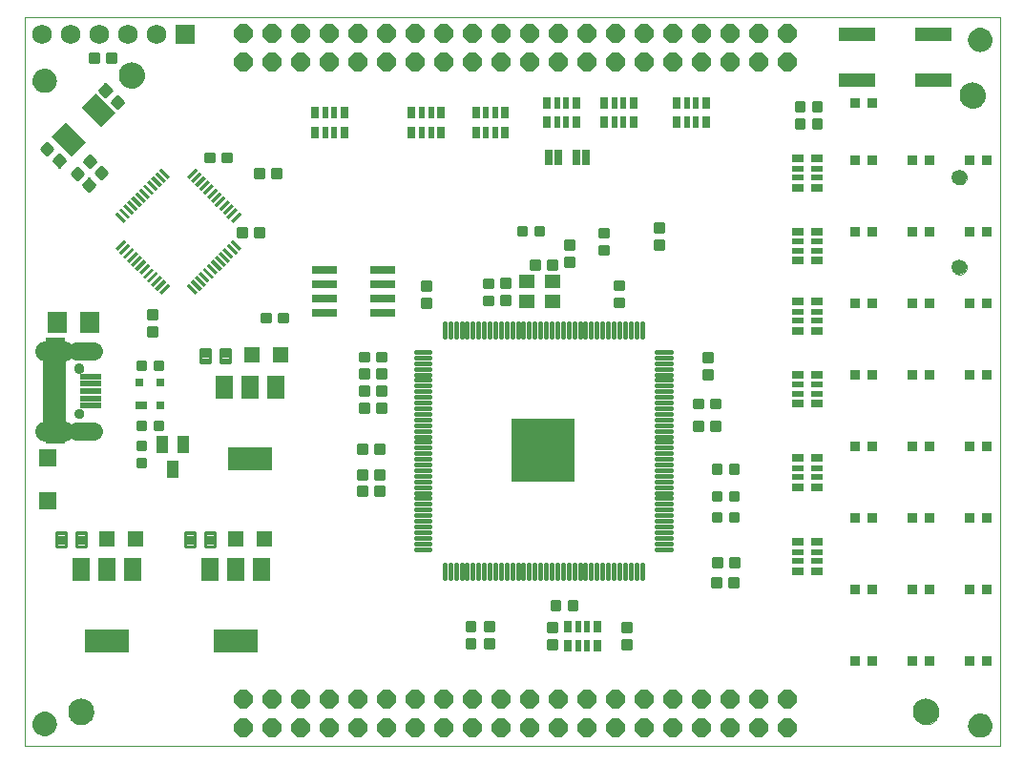
<source format=gts>
G75*
%MOIN*%
%OFA0B0*%
%FSLAX24Y24*%
%IPPOS*%
%LPD*%
%AMOC8*
5,1,8,0,0,1.08239X$1,22.5*
%
%ADD10C,0.0000*%
%ADD11C,0.0906*%
%ADD12C,0.0158*%
%ADD13R,0.2225X0.2225*%
%ADD14C,0.0098*%
%ADD15R,0.0316X0.0434*%
%ADD16R,0.0237X0.0434*%
%ADD17R,0.0552X0.0453*%
%ADD18R,0.0119X0.0434*%
%ADD19R,0.0434X0.0119*%
%ADD20R,0.0709X0.0985*%
%ADD21R,0.0690X0.0690*%
%ADD22C,0.0690*%
%ADD23R,0.0669X0.0787*%
%ADD24R,0.0669X0.1063*%
%ADD25R,0.0768X0.0197*%
%ADD26C,0.0355*%
%ADD27C,0.0690*%
%ADD28C,0.0634*%
%ADD29R,0.0827X0.2402*%
%ADD30R,0.0434X0.0276*%
%ADD31R,0.0276X0.0276*%
%ADD32R,0.0434X0.0591*%
%ADD33R,0.0630X0.0830*%
%ADD34R,0.1540X0.0830*%
%ADD35R,0.0591X0.0591*%
%ADD36R,0.0540X0.0540*%
%ADD37C,0.0110*%
%ADD38R,0.0670X0.0750*%
%ADD39R,0.0355X0.0355*%
%ADD40R,0.0434X0.0316*%
%ADD41R,0.0434X0.0237*%
%ADD42OC8,0.0640*%
%ADD43C,0.0050*%
%ADD44R,0.0906X0.0276*%
%ADD45R,0.1300X0.0512*%
%ADD46C,0.0532*%
%ADD47R,0.0290X0.0540*%
D10*
X004935Y000100D02*
X004935Y025550D01*
X039007Y025550D01*
X039007Y000100D01*
X004935Y000100D01*
X006471Y001281D02*
X006473Y001322D01*
X006479Y001363D01*
X006489Y001403D01*
X006502Y001442D01*
X006519Y001479D01*
X006540Y001515D01*
X006564Y001549D01*
X006591Y001580D01*
X006620Y001608D01*
X006653Y001634D01*
X006687Y001656D01*
X006724Y001675D01*
X006762Y001690D01*
X006802Y001702D01*
X006842Y001710D01*
X006883Y001714D01*
X006925Y001714D01*
X006966Y001710D01*
X007006Y001702D01*
X007046Y001690D01*
X007084Y001675D01*
X007120Y001656D01*
X007155Y001634D01*
X007188Y001608D01*
X007217Y001580D01*
X007244Y001549D01*
X007268Y001515D01*
X007289Y001479D01*
X007306Y001442D01*
X007319Y001403D01*
X007329Y001363D01*
X007335Y001322D01*
X007337Y001281D01*
X007335Y001240D01*
X007329Y001199D01*
X007319Y001159D01*
X007306Y001120D01*
X007289Y001083D01*
X007268Y001047D01*
X007244Y001013D01*
X007217Y000982D01*
X007188Y000954D01*
X007155Y000928D01*
X007121Y000906D01*
X007084Y000887D01*
X007046Y000872D01*
X007006Y000860D01*
X006966Y000852D01*
X006925Y000848D01*
X006883Y000848D01*
X006842Y000852D01*
X006802Y000860D01*
X006762Y000872D01*
X006724Y000887D01*
X006688Y000906D01*
X006653Y000928D01*
X006620Y000954D01*
X006591Y000982D01*
X006564Y001013D01*
X006540Y001047D01*
X006519Y001083D01*
X006502Y001120D01*
X006489Y001159D01*
X006479Y001199D01*
X006473Y001240D01*
X006471Y001281D01*
X006685Y011713D02*
X006687Y011738D01*
X006693Y011762D01*
X006702Y011784D01*
X006715Y011805D01*
X006731Y011824D01*
X006750Y011840D01*
X006771Y011853D01*
X006793Y011862D01*
X006817Y011868D01*
X006842Y011870D01*
X006867Y011868D01*
X006891Y011862D01*
X006913Y011853D01*
X006934Y011840D01*
X006953Y011824D01*
X006969Y011805D01*
X006982Y011784D01*
X006991Y011762D01*
X006997Y011738D01*
X006999Y011713D01*
X006997Y011688D01*
X006991Y011664D01*
X006982Y011642D01*
X006969Y011621D01*
X006953Y011602D01*
X006934Y011586D01*
X006913Y011573D01*
X006891Y011564D01*
X006867Y011558D01*
X006842Y011556D01*
X006817Y011558D01*
X006793Y011564D01*
X006771Y011573D01*
X006750Y011586D01*
X006731Y011602D01*
X006715Y011621D01*
X006702Y011642D01*
X006693Y011664D01*
X006687Y011688D01*
X006685Y011713D01*
X006685Y013287D02*
X006687Y013312D01*
X006693Y013336D01*
X006702Y013358D01*
X006715Y013379D01*
X006731Y013398D01*
X006750Y013414D01*
X006771Y013427D01*
X006793Y013436D01*
X006817Y013442D01*
X006842Y013444D01*
X006867Y013442D01*
X006891Y013436D01*
X006913Y013427D01*
X006934Y013414D01*
X006953Y013398D01*
X006969Y013379D01*
X006982Y013358D01*
X006991Y013336D01*
X006997Y013312D01*
X006999Y013287D01*
X006997Y013262D01*
X006991Y013238D01*
X006982Y013216D01*
X006969Y013195D01*
X006953Y013176D01*
X006934Y013160D01*
X006913Y013147D01*
X006891Y013138D01*
X006867Y013132D01*
X006842Y013130D01*
X006817Y013132D01*
X006793Y013138D01*
X006771Y013147D01*
X006750Y013160D01*
X006731Y013176D01*
X006715Y013195D01*
X006702Y013216D01*
X006693Y013238D01*
X006687Y013262D01*
X006685Y013287D01*
X008242Y023525D02*
X008244Y023566D01*
X008250Y023607D01*
X008260Y023647D01*
X008273Y023686D01*
X008290Y023723D01*
X008311Y023759D01*
X008335Y023793D01*
X008362Y023824D01*
X008391Y023852D01*
X008424Y023878D01*
X008458Y023900D01*
X008495Y023919D01*
X008533Y023934D01*
X008573Y023946D01*
X008613Y023954D01*
X008654Y023958D01*
X008696Y023958D01*
X008737Y023954D01*
X008777Y023946D01*
X008817Y023934D01*
X008855Y023919D01*
X008891Y023900D01*
X008926Y023878D01*
X008959Y023852D01*
X008988Y023824D01*
X009015Y023793D01*
X009039Y023759D01*
X009060Y023723D01*
X009077Y023686D01*
X009090Y023647D01*
X009100Y023607D01*
X009106Y023566D01*
X009108Y023525D01*
X009106Y023484D01*
X009100Y023443D01*
X009090Y023403D01*
X009077Y023364D01*
X009060Y023327D01*
X009039Y023291D01*
X009015Y023257D01*
X008988Y023226D01*
X008959Y023198D01*
X008926Y023172D01*
X008892Y023150D01*
X008855Y023131D01*
X008817Y023116D01*
X008777Y023104D01*
X008737Y023096D01*
X008696Y023092D01*
X008654Y023092D01*
X008613Y023096D01*
X008573Y023104D01*
X008533Y023116D01*
X008495Y023131D01*
X008459Y023150D01*
X008424Y023172D01*
X008391Y023198D01*
X008362Y023226D01*
X008335Y023257D01*
X008311Y023291D01*
X008290Y023327D01*
X008273Y023364D01*
X008260Y023403D01*
X008250Y023443D01*
X008244Y023484D01*
X008242Y023525D01*
X037349Y019969D02*
X037351Y020000D01*
X037357Y020030D01*
X037366Y020060D01*
X037379Y020088D01*
X037396Y020114D01*
X037416Y020137D01*
X037438Y020159D01*
X037463Y020177D01*
X037490Y020192D01*
X037519Y020203D01*
X037549Y020211D01*
X037580Y020215D01*
X037610Y020215D01*
X037641Y020211D01*
X037671Y020203D01*
X037700Y020192D01*
X037727Y020177D01*
X037752Y020159D01*
X037774Y020137D01*
X037794Y020114D01*
X037811Y020088D01*
X037824Y020060D01*
X037833Y020030D01*
X037839Y020000D01*
X037841Y019969D01*
X037839Y019938D01*
X037833Y019908D01*
X037824Y019878D01*
X037811Y019850D01*
X037794Y019824D01*
X037774Y019801D01*
X037752Y019779D01*
X037727Y019761D01*
X037700Y019746D01*
X037671Y019735D01*
X037641Y019727D01*
X037610Y019723D01*
X037580Y019723D01*
X037549Y019727D01*
X037519Y019735D01*
X037490Y019746D01*
X037463Y019761D01*
X037438Y019779D01*
X037416Y019801D01*
X037396Y019824D01*
X037379Y019850D01*
X037366Y019878D01*
X037357Y019908D01*
X037351Y019938D01*
X037349Y019969D01*
X037618Y022829D02*
X037620Y022870D01*
X037626Y022911D01*
X037636Y022951D01*
X037649Y022990D01*
X037666Y023027D01*
X037687Y023063D01*
X037711Y023097D01*
X037738Y023128D01*
X037767Y023156D01*
X037800Y023182D01*
X037834Y023204D01*
X037871Y023223D01*
X037909Y023238D01*
X037949Y023250D01*
X037989Y023258D01*
X038030Y023262D01*
X038072Y023262D01*
X038113Y023258D01*
X038153Y023250D01*
X038193Y023238D01*
X038231Y023223D01*
X038267Y023204D01*
X038302Y023182D01*
X038335Y023156D01*
X038364Y023128D01*
X038391Y023097D01*
X038415Y023063D01*
X038436Y023027D01*
X038453Y022990D01*
X038466Y022951D01*
X038476Y022911D01*
X038482Y022870D01*
X038484Y022829D01*
X038482Y022788D01*
X038476Y022747D01*
X038466Y022707D01*
X038453Y022668D01*
X038436Y022631D01*
X038415Y022595D01*
X038391Y022561D01*
X038364Y022530D01*
X038335Y022502D01*
X038302Y022476D01*
X038268Y022454D01*
X038231Y022435D01*
X038193Y022420D01*
X038153Y022408D01*
X038113Y022400D01*
X038072Y022396D01*
X038030Y022396D01*
X037989Y022400D01*
X037949Y022408D01*
X037909Y022420D01*
X037871Y022435D01*
X037835Y022454D01*
X037800Y022476D01*
X037767Y022502D01*
X037738Y022530D01*
X037711Y022561D01*
X037687Y022595D01*
X037666Y022631D01*
X037649Y022668D01*
X037636Y022707D01*
X037626Y022747D01*
X037620Y022788D01*
X037618Y022829D01*
X037349Y016820D02*
X037351Y016851D01*
X037357Y016881D01*
X037366Y016911D01*
X037379Y016939D01*
X037396Y016965D01*
X037416Y016988D01*
X037438Y017010D01*
X037463Y017028D01*
X037490Y017043D01*
X037519Y017054D01*
X037549Y017062D01*
X037580Y017066D01*
X037610Y017066D01*
X037641Y017062D01*
X037671Y017054D01*
X037700Y017043D01*
X037727Y017028D01*
X037752Y017010D01*
X037774Y016988D01*
X037794Y016965D01*
X037811Y016939D01*
X037824Y016911D01*
X037833Y016881D01*
X037839Y016851D01*
X037841Y016820D01*
X037839Y016789D01*
X037833Y016759D01*
X037824Y016729D01*
X037811Y016701D01*
X037794Y016675D01*
X037774Y016652D01*
X037752Y016630D01*
X037727Y016612D01*
X037700Y016597D01*
X037671Y016586D01*
X037641Y016578D01*
X037610Y016574D01*
X037580Y016574D01*
X037549Y016578D01*
X037519Y016586D01*
X037490Y016597D01*
X037463Y016612D01*
X037438Y016630D01*
X037416Y016652D01*
X037396Y016675D01*
X037379Y016701D01*
X037366Y016729D01*
X037357Y016759D01*
X037351Y016789D01*
X037349Y016820D01*
X035998Y001281D02*
X036000Y001322D01*
X036006Y001363D01*
X036016Y001403D01*
X036029Y001442D01*
X036046Y001479D01*
X036067Y001515D01*
X036091Y001549D01*
X036118Y001580D01*
X036147Y001608D01*
X036180Y001634D01*
X036214Y001656D01*
X036251Y001675D01*
X036289Y001690D01*
X036329Y001702D01*
X036369Y001710D01*
X036410Y001714D01*
X036452Y001714D01*
X036493Y001710D01*
X036533Y001702D01*
X036573Y001690D01*
X036611Y001675D01*
X036647Y001656D01*
X036682Y001634D01*
X036715Y001608D01*
X036744Y001580D01*
X036771Y001549D01*
X036795Y001515D01*
X036816Y001479D01*
X036833Y001442D01*
X036846Y001403D01*
X036856Y001363D01*
X036862Y001322D01*
X036864Y001281D01*
X036862Y001240D01*
X036856Y001199D01*
X036846Y001159D01*
X036833Y001120D01*
X036816Y001083D01*
X036795Y001047D01*
X036771Y001013D01*
X036744Y000982D01*
X036715Y000954D01*
X036682Y000928D01*
X036648Y000906D01*
X036611Y000887D01*
X036573Y000872D01*
X036533Y000860D01*
X036493Y000852D01*
X036452Y000848D01*
X036410Y000848D01*
X036369Y000852D01*
X036329Y000860D01*
X036289Y000872D01*
X036251Y000887D01*
X036215Y000906D01*
X036180Y000928D01*
X036147Y000954D01*
X036118Y000982D01*
X036091Y001013D01*
X036067Y001047D01*
X036046Y001083D01*
X036029Y001120D01*
X036016Y001159D01*
X036006Y001199D01*
X036000Y001240D01*
X035998Y001281D01*
D11*
X036431Y001281D03*
X006904Y001281D03*
X038051Y022829D03*
X008675Y023525D03*
D12*
X019610Y014869D02*
X019610Y014397D01*
X019807Y014397D02*
X019807Y014869D01*
X020004Y014869D02*
X020004Y014397D01*
X020201Y014397D02*
X020201Y014869D01*
X020398Y014869D02*
X020398Y014397D01*
X020595Y014397D02*
X020595Y014869D01*
X020791Y014869D02*
X020791Y014397D01*
X020988Y014397D02*
X020988Y014869D01*
X021185Y014869D02*
X021185Y014397D01*
X021382Y014397D02*
X021382Y014869D01*
X021579Y014869D02*
X021579Y014397D01*
X021776Y014397D02*
X021776Y014869D01*
X021973Y014869D02*
X021973Y014397D01*
X022169Y014397D02*
X022169Y014869D01*
X022366Y014869D02*
X022366Y014397D01*
X022563Y014397D02*
X022563Y014869D01*
X022760Y014869D02*
X022760Y014397D01*
X022957Y014397D02*
X022957Y014869D01*
X023154Y014869D02*
X023154Y014397D01*
X023351Y014397D02*
X023351Y014869D01*
X023547Y014869D02*
X023547Y014397D01*
X023744Y014397D02*
X023744Y014869D01*
X023941Y014869D02*
X023941Y014397D01*
X024138Y014397D02*
X024138Y014869D01*
X024335Y014869D02*
X024335Y014397D01*
X024532Y014397D02*
X024532Y014869D01*
X024728Y014869D02*
X024728Y014397D01*
X024925Y014397D02*
X024925Y014869D01*
X025122Y014869D02*
X025122Y014397D01*
X025319Y014397D02*
X025319Y014869D01*
X025516Y014869D02*
X025516Y014397D01*
X025713Y014397D02*
X025713Y014869D01*
X025910Y014869D02*
X025910Y014397D01*
X026106Y014397D02*
X026106Y014869D01*
X026303Y014869D02*
X026303Y014397D01*
X026500Y014397D02*
X026500Y014869D01*
X027032Y013865D02*
X027504Y013865D01*
X027504Y013668D02*
X027032Y013668D01*
X027032Y013471D02*
X027504Y013471D01*
X027504Y013274D02*
X027032Y013274D01*
X027032Y013077D02*
X027504Y013077D01*
X027504Y012881D02*
X027032Y012881D01*
X027032Y012684D02*
X027504Y012684D01*
X027504Y012487D02*
X027032Y012487D01*
X027032Y012290D02*
X027504Y012290D01*
X027504Y012093D02*
X027032Y012093D01*
X027032Y011896D02*
X027504Y011896D01*
X027504Y011700D02*
X027032Y011700D01*
X027032Y011503D02*
X027504Y011503D01*
X027504Y011306D02*
X027032Y011306D01*
X027032Y011109D02*
X027504Y011109D01*
X027504Y010912D02*
X027032Y010912D01*
X027032Y010715D02*
X027504Y010715D01*
X027504Y010518D02*
X027032Y010518D01*
X027032Y010322D02*
X027504Y010322D01*
X027504Y010125D02*
X027032Y010125D01*
X027032Y009928D02*
X027504Y009928D01*
X027504Y009731D02*
X027032Y009731D01*
X027032Y009534D02*
X027504Y009534D01*
X027504Y009337D02*
X027032Y009337D01*
X027032Y009140D02*
X027504Y009140D01*
X027504Y008944D02*
X027032Y008944D01*
X027032Y008747D02*
X027504Y008747D01*
X027504Y008550D02*
X027032Y008550D01*
X027032Y008353D02*
X027504Y008353D01*
X027504Y008156D02*
X027032Y008156D01*
X027032Y007959D02*
X027504Y007959D01*
X027504Y007763D02*
X027032Y007763D01*
X027032Y007566D02*
X027504Y007566D01*
X027504Y007369D02*
X027032Y007369D01*
X027032Y007172D02*
X027504Y007172D01*
X027504Y006975D02*
X027032Y006975D01*
X026500Y006443D02*
X026500Y005971D01*
X026303Y005971D02*
X026303Y006443D01*
X026106Y006443D02*
X026106Y005971D01*
X025910Y005971D02*
X025910Y006443D01*
X025713Y006443D02*
X025713Y005971D01*
X025516Y005971D02*
X025516Y006443D01*
X025319Y006443D02*
X025319Y005971D01*
X025122Y005971D02*
X025122Y006443D01*
X024925Y006443D02*
X024925Y005971D01*
X024728Y005971D02*
X024728Y006443D01*
X024532Y006443D02*
X024532Y005971D01*
X024335Y005971D02*
X024335Y006443D01*
X024138Y006443D02*
X024138Y005971D01*
X023941Y005971D02*
X023941Y006443D01*
X023744Y006443D02*
X023744Y005971D01*
X023547Y005971D02*
X023547Y006443D01*
X023351Y006443D02*
X023351Y005971D01*
X023154Y005971D02*
X023154Y006443D01*
X022957Y006443D02*
X022957Y005971D01*
X022760Y005971D02*
X022760Y006443D01*
X022563Y006443D02*
X022563Y005971D01*
X022366Y005971D02*
X022366Y006443D01*
X022169Y006443D02*
X022169Y005971D01*
X021973Y005971D02*
X021973Y006443D01*
X021776Y006443D02*
X021776Y005971D01*
X021579Y005971D02*
X021579Y006443D01*
X021382Y006443D02*
X021382Y005971D01*
X021185Y005971D02*
X021185Y006443D01*
X020988Y006443D02*
X020988Y005971D01*
X020791Y005971D02*
X020791Y006443D01*
X020595Y006443D02*
X020595Y005971D01*
X020398Y005971D02*
X020398Y006443D01*
X020201Y006443D02*
X020201Y005971D01*
X020004Y005971D02*
X020004Y006443D01*
X019807Y006443D02*
X019807Y005971D01*
X019610Y005971D02*
X019610Y006443D01*
X019079Y006975D02*
X018607Y006975D01*
X018607Y007172D02*
X019079Y007172D01*
X019079Y007369D02*
X018607Y007369D01*
X018607Y007566D02*
X019079Y007566D01*
X019079Y007763D02*
X018607Y007763D01*
X018607Y007959D02*
X019079Y007959D01*
X019079Y008156D02*
X018607Y008156D01*
X018607Y008353D02*
X019079Y008353D01*
X019079Y008550D02*
X018607Y008550D01*
X018607Y008747D02*
X019079Y008747D01*
X019079Y008944D02*
X018607Y008944D01*
X018607Y009140D02*
X019079Y009140D01*
X019079Y009337D02*
X018607Y009337D01*
X018607Y009534D02*
X019079Y009534D01*
X019079Y009731D02*
X018607Y009731D01*
X018607Y009928D02*
X019079Y009928D01*
X019079Y010125D02*
X018607Y010125D01*
X018607Y010322D02*
X019079Y010322D01*
X019079Y010518D02*
X018607Y010518D01*
X018607Y010715D02*
X019079Y010715D01*
X019079Y010912D02*
X018607Y010912D01*
X018607Y011109D02*
X019079Y011109D01*
X019079Y011306D02*
X018607Y011306D01*
X018607Y011503D02*
X019079Y011503D01*
X019079Y011700D02*
X018607Y011700D01*
X018607Y011896D02*
X019079Y011896D01*
X019079Y012093D02*
X018607Y012093D01*
X018607Y012290D02*
X019079Y012290D01*
X019079Y012487D02*
X018607Y012487D01*
X018607Y012684D02*
X019079Y012684D01*
X019079Y012881D02*
X018607Y012881D01*
X018607Y013077D02*
X019079Y013077D01*
X019079Y013274D02*
X018607Y013274D01*
X018607Y013471D02*
X019079Y013471D01*
X019079Y013668D02*
X018607Y013668D01*
X018607Y013865D02*
X019079Y013865D01*
D13*
X023055Y010420D03*
D14*
X028309Y011128D02*
X028601Y011128D01*
X028309Y011128D02*
X028309Y011420D01*
X028601Y011420D01*
X028601Y011128D01*
X028601Y011225D02*
X028309Y011225D01*
X028309Y011322D02*
X028601Y011322D01*
X028601Y011419D02*
X028309Y011419D01*
X028309Y011915D02*
X028601Y011915D01*
X028309Y011915D02*
X028309Y012207D01*
X028601Y012207D01*
X028601Y011915D01*
X028601Y012012D02*
X028309Y012012D01*
X028309Y012109D02*
X028601Y012109D01*
X028601Y012206D02*
X028309Y012206D01*
X028909Y011915D02*
X029201Y011915D01*
X028909Y011915D02*
X028909Y012207D01*
X029201Y012207D01*
X029201Y011915D01*
X029201Y012012D02*
X028909Y012012D01*
X028909Y012109D02*
X029201Y012109D01*
X029201Y012206D02*
X028909Y012206D01*
X028955Y012944D02*
X028955Y013236D01*
X028955Y012944D02*
X028663Y012944D01*
X028663Y013236D01*
X028955Y013236D01*
X028955Y013041D02*
X028663Y013041D01*
X028663Y013138D02*
X028955Y013138D01*
X028955Y013235D02*
X028663Y013235D01*
X028955Y013544D02*
X028955Y013836D01*
X028955Y013544D02*
X028663Y013544D01*
X028663Y013836D01*
X028955Y013836D01*
X028955Y013641D02*
X028663Y013641D01*
X028663Y013738D02*
X028955Y013738D01*
X028955Y013835D02*
X028663Y013835D01*
X025855Y015450D02*
X025855Y015742D01*
X025855Y015450D02*
X025563Y015450D01*
X025563Y015742D01*
X025855Y015742D01*
X025855Y015547D02*
X025563Y015547D01*
X025563Y015644D02*
X025855Y015644D01*
X025855Y015741D02*
X025563Y015741D01*
X025855Y016050D02*
X025855Y016342D01*
X025855Y016050D02*
X025563Y016050D01*
X025563Y016342D01*
X025855Y016342D01*
X025855Y016147D02*
X025563Y016147D01*
X025563Y016244D02*
X025855Y016244D01*
X025855Y016341D02*
X025563Y016341D01*
X025009Y017284D02*
X025009Y017576D01*
X025301Y017576D01*
X025301Y017284D01*
X025009Y017284D01*
X025009Y017381D02*
X025301Y017381D01*
X025301Y017478D02*
X025009Y017478D01*
X025009Y017575D02*
X025301Y017575D01*
X025009Y017884D02*
X025009Y018176D01*
X025301Y018176D01*
X025301Y017884D01*
X025009Y017884D01*
X025009Y017981D02*
X025301Y017981D01*
X025301Y018078D02*
X025009Y018078D01*
X025009Y018175D02*
X025301Y018175D01*
X024123Y017747D02*
X024123Y017455D01*
X023831Y017455D01*
X023831Y017747D01*
X024123Y017747D01*
X024123Y017552D02*
X023831Y017552D01*
X023831Y017649D02*
X024123Y017649D01*
X024123Y017746D02*
X023831Y017746D01*
X023061Y017954D02*
X022769Y017954D01*
X022769Y018246D01*
X023061Y018246D01*
X023061Y017954D01*
X023061Y018051D02*
X022769Y018051D01*
X022769Y018148D02*
X023061Y018148D01*
X023061Y018245D02*
X022769Y018245D01*
X022461Y017954D02*
X022169Y017954D01*
X022169Y018246D01*
X022461Y018246D01*
X022461Y017954D01*
X022461Y018051D02*
X022169Y018051D01*
X022169Y018148D02*
X022461Y018148D01*
X022461Y018245D02*
X022169Y018245D01*
X022609Y016774D02*
X022901Y016774D01*
X022609Y016774D02*
X022609Y017066D01*
X022901Y017066D01*
X022901Y016774D01*
X022901Y016871D02*
X022609Y016871D01*
X022609Y016968D02*
X022901Y016968D01*
X022901Y017065D02*
X022609Y017065D01*
X023209Y016774D02*
X023501Y016774D01*
X023209Y016774D02*
X023209Y017066D01*
X023501Y017066D01*
X023501Y016774D01*
X023501Y016871D02*
X023209Y016871D01*
X023209Y016968D02*
X023501Y016968D01*
X023501Y017065D02*
X023209Y017065D01*
X024123Y017147D02*
X024123Y016855D01*
X023831Y016855D01*
X023831Y017147D01*
X024123Y017147D01*
X024123Y016952D02*
X023831Y016952D01*
X023831Y017049D02*
X024123Y017049D01*
X024123Y017146D02*
X023831Y017146D01*
X021867Y016426D02*
X021867Y016134D01*
X021575Y016134D01*
X021575Y016426D01*
X021867Y016426D01*
X021867Y016231D02*
X021575Y016231D01*
X021575Y016328D02*
X021867Y016328D01*
X021867Y016425D02*
X021575Y016425D01*
X021281Y016413D02*
X021281Y016121D01*
X020989Y016121D01*
X020989Y016413D01*
X021281Y016413D01*
X021281Y016218D02*
X020989Y016218D01*
X020989Y016315D02*
X021281Y016315D01*
X021281Y016412D02*
X020989Y016412D01*
X021281Y015813D02*
X021281Y015521D01*
X020989Y015521D01*
X020989Y015813D01*
X021281Y015813D01*
X021281Y015618D02*
X020989Y015618D01*
X020989Y015715D02*
X021281Y015715D01*
X021281Y015812D02*
X020989Y015812D01*
X021867Y015826D02*
X021867Y015534D01*
X021575Y015534D01*
X021575Y015826D01*
X021867Y015826D01*
X021867Y015631D02*
X021575Y015631D01*
X021575Y015728D02*
X021867Y015728D01*
X021867Y015825D02*
X021575Y015825D01*
X019119Y015723D02*
X019119Y015431D01*
X018827Y015431D01*
X018827Y015723D01*
X019119Y015723D01*
X019119Y015528D02*
X018827Y015528D01*
X018827Y015625D02*
X019119Y015625D01*
X019119Y015722D02*
X018827Y015722D01*
X019119Y016031D02*
X019119Y016323D01*
X019119Y016031D02*
X018827Y016031D01*
X018827Y016323D01*
X019119Y016323D01*
X019119Y016128D02*
X018827Y016128D01*
X018827Y016225D02*
X019119Y016225D01*
X019119Y016322D02*
X018827Y016322D01*
X017551Y013846D02*
X017259Y013846D01*
X017551Y013846D02*
X017551Y013554D01*
X017259Y013554D01*
X017259Y013846D01*
X017259Y013651D02*
X017551Y013651D01*
X017551Y013748D02*
X017259Y013748D01*
X017259Y013845D02*
X017551Y013845D01*
X016951Y013846D02*
X016659Y013846D01*
X016951Y013846D02*
X016951Y013554D01*
X016659Y013554D01*
X016659Y013846D01*
X016659Y013651D02*
X016951Y013651D01*
X016951Y013748D02*
X016659Y013748D01*
X016659Y013845D02*
X016951Y013845D01*
X016941Y013266D02*
X016649Y013266D01*
X016941Y013266D02*
X016941Y012974D01*
X016649Y012974D01*
X016649Y013266D01*
X016649Y013071D02*
X016941Y013071D01*
X016941Y013168D02*
X016649Y013168D01*
X016649Y013265D02*
X016941Y013265D01*
X017249Y013266D02*
X017541Y013266D01*
X017541Y012974D01*
X017249Y012974D01*
X017249Y013266D01*
X017249Y013071D02*
X017541Y013071D01*
X017541Y013168D02*
X017249Y013168D01*
X017249Y013265D02*
X017541Y013265D01*
X017541Y012647D02*
X017249Y012647D01*
X017541Y012647D02*
X017541Y012355D01*
X017249Y012355D01*
X017249Y012647D01*
X017249Y012452D02*
X017541Y012452D01*
X017541Y012549D02*
X017249Y012549D01*
X017249Y012646D02*
X017541Y012646D01*
X017541Y012047D02*
X017249Y012047D01*
X017541Y012047D02*
X017541Y011755D01*
X017249Y011755D01*
X017249Y012047D01*
X017249Y011852D02*
X017541Y011852D01*
X017541Y011949D02*
X017249Y011949D01*
X017249Y012046D02*
X017541Y012046D01*
X016941Y012047D02*
X016649Y012047D01*
X016941Y012047D02*
X016941Y011755D01*
X016649Y011755D01*
X016649Y012047D01*
X016649Y011852D02*
X016941Y011852D01*
X016941Y011949D02*
X016649Y011949D01*
X016649Y012046D02*
X016941Y012046D01*
X016941Y012647D02*
X016649Y012647D01*
X016941Y012647D02*
X016941Y012355D01*
X016649Y012355D01*
X016649Y012647D01*
X016649Y012452D02*
X016941Y012452D01*
X016941Y012549D02*
X016649Y012549D01*
X016649Y012646D02*
X016941Y012646D01*
X016881Y010636D02*
X016589Y010636D01*
X016881Y010636D02*
X016881Y010344D01*
X016589Y010344D01*
X016589Y010636D01*
X016589Y010441D02*
X016881Y010441D01*
X016881Y010538D02*
X016589Y010538D01*
X016589Y010635D02*
X016881Y010635D01*
X017189Y010636D02*
X017481Y010636D01*
X017481Y010344D01*
X017189Y010344D01*
X017189Y010636D01*
X017189Y010441D02*
X017481Y010441D01*
X017481Y010538D02*
X017189Y010538D01*
X017189Y010635D02*
X017481Y010635D01*
X017481Y009736D02*
X017189Y009736D01*
X017481Y009736D02*
X017481Y009444D01*
X017189Y009444D01*
X017189Y009736D01*
X017189Y009541D02*
X017481Y009541D01*
X017481Y009638D02*
X017189Y009638D01*
X017189Y009735D02*
X017481Y009735D01*
X017481Y009166D02*
X017189Y009166D01*
X017481Y009166D02*
X017481Y008874D01*
X017189Y008874D01*
X017189Y009166D01*
X017189Y008971D02*
X017481Y008971D01*
X017481Y009068D02*
X017189Y009068D01*
X017189Y009165D02*
X017481Y009165D01*
X016881Y009166D02*
X016589Y009166D01*
X016881Y009166D02*
X016881Y008874D01*
X016589Y008874D01*
X016589Y009166D01*
X016589Y008971D02*
X016881Y008971D01*
X016881Y009068D02*
X016589Y009068D01*
X016589Y009165D02*
X016881Y009165D01*
X016881Y009736D02*
X016589Y009736D01*
X016881Y009736D02*
X016881Y009444D01*
X016589Y009444D01*
X016589Y009736D01*
X016589Y009541D02*
X016881Y009541D01*
X016881Y009638D02*
X016589Y009638D01*
X016589Y009735D02*
X016881Y009735D01*
X023339Y005156D02*
X023631Y005156D01*
X023631Y004864D01*
X023339Y004864D01*
X023339Y005156D01*
X023339Y004961D02*
X023631Y004961D01*
X023631Y005058D02*
X023339Y005058D01*
X023339Y005155D02*
X023631Y005155D01*
X023939Y005156D02*
X024231Y005156D01*
X024231Y004864D01*
X023939Y004864D01*
X023939Y005156D01*
X023939Y004961D02*
X024231Y004961D01*
X024231Y005058D02*
X023939Y005058D01*
X023939Y005155D02*
X024231Y005155D01*
X023219Y004396D02*
X023219Y004104D01*
X023219Y004396D02*
X023511Y004396D01*
X023511Y004104D01*
X023219Y004104D01*
X023219Y004201D02*
X023511Y004201D01*
X023511Y004298D02*
X023219Y004298D01*
X023219Y004395D02*
X023511Y004395D01*
X023219Y003796D02*
X023219Y003504D01*
X023219Y003796D02*
X023511Y003796D01*
X023511Y003504D01*
X023219Y003504D01*
X023219Y003601D02*
X023511Y003601D01*
X023511Y003698D02*
X023219Y003698D01*
X023219Y003795D02*
X023511Y003795D01*
X021029Y003826D02*
X021029Y003534D01*
X021029Y003826D02*
X021321Y003826D01*
X021321Y003534D01*
X021029Y003534D01*
X021029Y003631D02*
X021321Y003631D01*
X021321Y003728D02*
X021029Y003728D01*
X021029Y003825D02*
X021321Y003825D01*
X021029Y004134D02*
X021029Y004426D01*
X021321Y004426D01*
X021321Y004134D01*
X021029Y004134D01*
X021029Y004231D02*
X021321Y004231D01*
X021321Y004328D02*
X021029Y004328D01*
X021029Y004425D02*
X021321Y004425D01*
X020369Y004426D02*
X020369Y004134D01*
X020369Y004426D02*
X020661Y004426D01*
X020661Y004134D01*
X020369Y004134D01*
X020369Y004231D02*
X020661Y004231D01*
X020661Y004328D02*
X020369Y004328D01*
X020369Y004425D02*
X020661Y004425D01*
X020369Y003826D02*
X020369Y003534D01*
X020369Y003826D02*
X020661Y003826D01*
X020661Y003534D01*
X020369Y003534D01*
X020369Y003631D02*
X020661Y003631D01*
X020661Y003728D02*
X020369Y003728D01*
X020369Y003825D02*
X020661Y003825D01*
X025809Y003796D02*
X025809Y003504D01*
X025809Y003796D02*
X026101Y003796D01*
X026101Y003504D01*
X025809Y003504D01*
X025809Y003601D02*
X026101Y003601D01*
X026101Y003698D02*
X025809Y003698D01*
X025809Y003795D02*
X026101Y003795D01*
X025809Y004104D02*
X025809Y004396D01*
X026101Y004396D01*
X026101Y004104D01*
X025809Y004104D01*
X025809Y004201D02*
X026101Y004201D01*
X026101Y004298D02*
X025809Y004298D01*
X025809Y004395D02*
X026101Y004395D01*
X028959Y005664D02*
X029251Y005664D01*
X028959Y005664D02*
X028959Y005956D01*
X029251Y005956D01*
X029251Y005664D01*
X029251Y005761D02*
X028959Y005761D01*
X028959Y005858D02*
X029251Y005858D01*
X029251Y005955D02*
X028959Y005955D01*
X028983Y006358D02*
X029275Y006358D01*
X028983Y006358D02*
X028983Y006650D01*
X029275Y006650D01*
X029275Y006358D01*
X029275Y006455D02*
X028983Y006455D01*
X028983Y006552D02*
X029275Y006552D01*
X029275Y006649D02*
X028983Y006649D01*
X029583Y006358D02*
X029875Y006358D01*
X029583Y006358D02*
X029583Y006650D01*
X029875Y006650D01*
X029875Y006358D01*
X029875Y006455D02*
X029583Y006455D01*
X029583Y006552D02*
X029875Y006552D01*
X029875Y006649D02*
X029583Y006649D01*
X029559Y005664D02*
X029851Y005664D01*
X029559Y005664D02*
X029559Y005956D01*
X029851Y005956D01*
X029851Y005664D01*
X029851Y005761D02*
X029559Y005761D01*
X029559Y005858D02*
X029851Y005858D01*
X029851Y005955D02*
X029559Y005955D01*
X029569Y007954D02*
X029861Y007954D01*
X029569Y007954D02*
X029569Y008246D01*
X029861Y008246D01*
X029861Y007954D01*
X029861Y008051D02*
X029569Y008051D01*
X029569Y008148D02*
X029861Y008148D01*
X029861Y008245D02*
X029569Y008245D01*
X029261Y007954D02*
X028969Y007954D01*
X028969Y008246D01*
X029261Y008246D01*
X029261Y007954D01*
X029261Y008051D02*
X028969Y008051D01*
X028969Y008148D02*
X029261Y008148D01*
X029261Y008245D02*
X028969Y008245D01*
X028969Y008683D02*
X029261Y008683D01*
X028969Y008683D02*
X028969Y008975D01*
X029261Y008975D01*
X029261Y008683D01*
X029261Y008780D02*
X028969Y008780D01*
X028969Y008877D02*
X029261Y008877D01*
X029261Y008974D02*
X028969Y008974D01*
X029569Y008683D02*
X029861Y008683D01*
X029569Y008683D02*
X029569Y008975D01*
X029861Y008975D01*
X029861Y008683D01*
X029861Y008780D02*
X029569Y008780D01*
X029569Y008877D02*
X029861Y008877D01*
X029861Y008974D02*
X029569Y008974D01*
X029569Y009632D02*
X029861Y009632D01*
X029569Y009632D02*
X029569Y009924D01*
X029861Y009924D01*
X029861Y009632D01*
X029861Y009729D02*
X029569Y009729D01*
X029569Y009826D02*
X029861Y009826D01*
X029861Y009923D02*
X029569Y009923D01*
X029261Y009632D02*
X028969Y009632D01*
X028969Y009924D01*
X029261Y009924D01*
X029261Y009632D01*
X029261Y009729D02*
X028969Y009729D01*
X028969Y009826D02*
X029261Y009826D01*
X029261Y009923D02*
X028969Y009923D01*
X028909Y011128D02*
X029201Y011128D01*
X028909Y011128D02*
X028909Y011420D01*
X029201Y011420D01*
X029201Y011128D01*
X029201Y011225D02*
X028909Y011225D01*
X028909Y011322D02*
X029201Y011322D01*
X029201Y011419D02*
X028909Y011419D01*
X027241Y017464D02*
X027241Y017756D01*
X027241Y017464D02*
X026949Y017464D01*
X026949Y017756D01*
X027241Y017756D01*
X027241Y017561D02*
X026949Y017561D01*
X026949Y017658D02*
X027241Y017658D01*
X027241Y017755D02*
X026949Y017755D01*
X027241Y018064D02*
X027241Y018356D01*
X027241Y018064D02*
X026949Y018064D01*
X026949Y018356D01*
X027241Y018356D01*
X027241Y018161D02*
X026949Y018161D01*
X026949Y018258D02*
X027241Y018258D01*
X027241Y018355D02*
X026949Y018355D01*
X031869Y021986D02*
X032161Y021986D01*
X032161Y021694D01*
X031869Y021694D01*
X031869Y021986D01*
X031869Y021791D02*
X032161Y021791D01*
X032161Y021888D02*
X031869Y021888D01*
X031869Y021985D02*
X032161Y021985D01*
X032469Y021986D02*
X032761Y021986D01*
X032761Y021694D01*
X032469Y021694D01*
X032469Y021986D01*
X032469Y021791D02*
X032761Y021791D01*
X032761Y021888D02*
X032469Y021888D01*
X032469Y021985D02*
X032761Y021985D01*
X032761Y022586D02*
X032469Y022586D01*
X032761Y022586D02*
X032761Y022294D01*
X032469Y022294D01*
X032469Y022586D01*
X032469Y022391D02*
X032761Y022391D01*
X032761Y022488D02*
X032469Y022488D01*
X032469Y022585D02*
X032761Y022585D01*
X032161Y022586D02*
X031869Y022586D01*
X032161Y022586D02*
X032161Y022294D01*
X031869Y022294D01*
X031869Y022586D01*
X031869Y022391D02*
X032161Y022391D01*
X032161Y022488D02*
X031869Y022488D01*
X031869Y022585D02*
X032161Y022585D01*
X014103Y014915D02*
X013811Y014915D01*
X013811Y015207D01*
X014103Y015207D01*
X014103Y014915D01*
X014103Y015012D02*
X013811Y015012D01*
X013811Y015109D02*
X014103Y015109D01*
X014103Y015206D02*
X013811Y015206D01*
X013503Y014915D02*
X013211Y014915D01*
X013211Y015207D01*
X013503Y015207D01*
X013503Y014915D01*
X013503Y015012D02*
X013211Y015012D01*
X013211Y015109D02*
X013503Y015109D01*
X013503Y015206D02*
X013211Y015206D01*
X009761Y013254D02*
X009469Y013254D01*
X009469Y013546D01*
X009761Y013546D01*
X009761Y013254D01*
X009761Y013351D02*
X009469Y013351D01*
X009469Y013448D02*
X009761Y013448D01*
X009761Y013545D02*
X009469Y013545D01*
X009161Y013254D02*
X008869Y013254D01*
X008869Y013546D01*
X009161Y013546D01*
X009161Y013254D01*
X009161Y013351D02*
X008869Y013351D01*
X008869Y013448D02*
X009161Y013448D01*
X009161Y013545D02*
X008869Y013545D01*
X009249Y014434D02*
X009249Y014726D01*
X009541Y014726D01*
X009541Y014434D01*
X009249Y014434D01*
X009249Y014531D02*
X009541Y014531D01*
X009541Y014628D02*
X009249Y014628D01*
X009249Y014725D02*
X009541Y014725D01*
X009249Y015034D02*
X009249Y015326D01*
X009541Y015326D01*
X009541Y015034D01*
X009249Y015034D01*
X009249Y015131D02*
X009541Y015131D01*
X009541Y015228D02*
X009249Y015228D01*
X009249Y015325D02*
X009541Y015325D01*
X012389Y017894D02*
X012681Y017894D01*
X012389Y017894D02*
X012389Y018186D01*
X012681Y018186D01*
X012681Y017894D01*
X012681Y017991D02*
X012389Y017991D01*
X012389Y018088D02*
X012681Y018088D01*
X012681Y018185D02*
X012389Y018185D01*
X012989Y017894D02*
X013281Y017894D01*
X012989Y017894D02*
X012989Y018186D01*
X013281Y018186D01*
X013281Y017894D01*
X013281Y017991D02*
X012989Y017991D01*
X012989Y018088D02*
X013281Y018088D01*
X013281Y018185D02*
X012989Y018185D01*
X012989Y020266D02*
X013281Y020266D01*
X013281Y019974D01*
X012989Y019974D01*
X012989Y020266D01*
X012989Y020071D02*
X013281Y020071D01*
X013281Y020168D02*
X012989Y020168D01*
X012989Y020265D02*
X013281Y020265D01*
X013589Y020266D02*
X013881Y020266D01*
X013881Y019974D01*
X013589Y019974D01*
X013589Y020266D01*
X013589Y020071D02*
X013881Y020071D01*
X013881Y020168D02*
X013589Y020168D01*
X013589Y020265D02*
X013881Y020265D01*
X012141Y020514D02*
X011849Y020514D01*
X011849Y020806D01*
X012141Y020806D01*
X012141Y020514D01*
X012141Y020611D02*
X011849Y020611D01*
X011849Y020708D02*
X012141Y020708D01*
X012141Y020805D02*
X011849Y020805D01*
X011541Y020514D02*
X011249Y020514D01*
X011249Y020806D01*
X011541Y020806D01*
X011541Y020514D01*
X011541Y020611D02*
X011249Y020611D01*
X011249Y020708D02*
X011541Y020708D01*
X011541Y020805D02*
X011249Y020805D01*
X008187Y022382D02*
X007981Y022588D01*
X008187Y022794D01*
X008393Y022588D01*
X008187Y022382D01*
X008284Y022479D02*
X008090Y022479D01*
X007993Y022576D02*
X008381Y022576D01*
X008308Y022673D02*
X008066Y022673D01*
X008163Y022770D02*
X008211Y022770D01*
X007763Y022806D02*
X007557Y023012D01*
X007763Y023218D01*
X007969Y023012D01*
X007763Y022806D01*
X007860Y022903D02*
X007666Y022903D01*
X007569Y023000D02*
X007957Y023000D01*
X007884Y023097D02*
X007642Y023097D01*
X007739Y023194D02*
X007787Y023194D01*
X007829Y023994D02*
X008121Y023994D01*
X007829Y023994D02*
X007829Y024286D01*
X008121Y024286D01*
X008121Y023994D01*
X008121Y024091D02*
X007829Y024091D01*
X007829Y024188D02*
X008121Y024188D01*
X008121Y024285D02*
X007829Y024285D01*
X007521Y023994D02*
X007229Y023994D01*
X007229Y024286D01*
X007521Y024286D01*
X007521Y023994D01*
X007521Y024091D02*
X007229Y024091D01*
X007229Y024188D02*
X007521Y024188D01*
X007521Y024285D02*
X007229Y024285D01*
X005517Y020972D02*
X005723Y020766D01*
X005517Y020972D02*
X005723Y021178D01*
X005929Y020972D01*
X005723Y020766D01*
X005820Y020863D02*
X005626Y020863D01*
X005529Y020960D02*
X005917Y020960D01*
X005844Y021057D02*
X005602Y021057D01*
X005699Y021154D02*
X005747Y021154D01*
X005941Y020548D02*
X006147Y020342D01*
X005941Y020548D02*
X006147Y020754D01*
X006353Y020548D01*
X006147Y020342D01*
X006244Y020439D02*
X006050Y020439D01*
X005953Y020536D02*
X006341Y020536D01*
X006268Y020633D02*
X006026Y020633D01*
X006123Y020730D02*
X006171Y020730D01*
X006793Y020304D02*
X006587Y020098D01*
X006793Y020304D02*
X006999Y020098D01*
X006793Y019892D01*
X006587Y020098D01*
X006696Y019989D02*
X006890Y019989D01*
X006987Y020086D02*
X006599Y020086D01*
X006672Y020183D02*
X006914Y020183D01*
X006817Y020280D02*
X006769Y020280D01*
X007011Y020522D02*
X007217Y020728D01*
X007423Y020522D01*
X007217Y020316D01*
X007011Y020522D01*
X007120Y020413D02*
X007314Y020413D01*
X007411Y020510D02*
X007023Y020510D01*
X007096Y020607D02*
X007338Y020607D01*
X007241Y020704D02*
X007193Y020704D01*
X007607Y020338D02*
X007401Y020132D01*
X007607Y020338D02*
X007813Y020132D01*
X007607Y019926D01*
X007401Y020132D01*
X007510Y020023D02*
X007704Y020023D01*
X007801Y020120D02*
X007413Y020120D01*
X007486Y020217D02*
X007728Y020217D01*
X007631Y020314D02*
X007583Y020314D01*
X007183Y019914D02*
X006977Y019708D01*
X007183Y019914D02*
X007389Y019708D01*
X007183Y019502D01*
X006977Y019708D01*
X007086Y019599D02*
X007280Y019599D01*
X007377Y019696D02*
X006989Y019696D01*
X007062Y019793D02*
X007304Y019793D01*
X007207Y019890D02*
X007159Y019890D01*
X008869Y011154D02*
X009161Y011154D01*
X008869Y011154D02*
X008869Y011446D01*
X009161Y011446D01*
X009161Y011154D01*
X009161Y011251D02*
X008869Y011251D01*
X008869Y011348D02*
X009161Y011348D01*
X009161Y011445D02*
X008869Y011445D01*
X009469Y011154D02*
X009761Y011154D01*
X009469Y011154D02*
X009469Y011446D01*
X009761Y011446D01*
X009761Y011154D01*
X009761Y011251D02*
X009469Y011251D01*
X009469Y011348D02*
X009761Y011348D01*
X009761Y011445D02*
X009469Y011445D01*
X009161Y010746D02*
X009161Y010454D01*
X008869Y010454D01*
X008869Y010746D01*
X009161Y010746D01*
X009161Y010551D02*
X008869Y010551D01*
X008869Y010648D02*
X009161Y010648D01*
X009161Y010745D02*
X008869Y010745D01*
X009161Y010146D02*
X009161Y009854D01*
X008869Y009854D01*
X008869Y010146D01*
X009161Y010146D01*
X009161Y009951D02*
X008869Y009951D01*
X008869Y010048D02*
X009161Y010048D01*
X009161Y010145D02*
X008869Y010145D01*
D15*
X023923Y004255D03*
X023923Y003585D03*
X024947Y003585D03*
X024947Y004255D03*
X021727Y021545D03*
X021727Y022215D03*
X020703Y022215D03*
X020703Y021545D03*
X019487Y021545D03*
X019487Y022215D03*
X018463Y022215D03*
X018463Y021545D03*
X016107Y021545D03*
X015083Y021545D03*
X015083Y022215D03*
X016107Y022215D03*
X023183Y021905D03*
X023183Y022575D03*
X024207Y022575D03*
X024207Y021905D03*
X025183Y021905D03*
X025183Y022575D03*
X026207Y022575D03*
X026207Y021905D03*
X027723Y021905D03*
X027723Y022575D03*
X028747Y022575D03*
X028747Y021905D03*
D16*
X028393Y021905D03*
X028078Y021905D03*
X028078Y022575D03*
X028393Y022575D03*
X025853Y022575D03*
X025538Y022575D03*
X025538Y021905D03*
X025853Y021905D03*
X023853Y021905D03*
X023538Y021905D03*
X023538Y022575D03*
X023853Y022575D03*
X021373Y022215D03*
X021058Y022215D03*
X021058Y021545D03*
X021373Y021545D03*
X019133Y021545D03*
X018818Y021545D03*
X018818Y022215D03*
X019133Y022215D03*
X015753Y022215D03*
X015438Y022215D03*
X015438Y021545D03*
X015753Y021545D03*
X024278Y004255D03*
X024593Y004255D03*
X024593Y003585D03*
X024278Y003585D03*
D17*
X023388Y015616D03*
X022482Y015616D03*
X022482Y016344D03*
X023388Y016344D03*
D18*
G36*
X012139Y017704D02*
X012223Y017788D01*
X012529Y017482D01*
X012445Y017398D01*
X012139Y017704D01*
G37*
G36*
X011999Y017565D02*
X012083Y017649D01*
X012389Y017343D01*
X012305Y017259D01*
X011999Y017565D01*
G37*
G36*
X011860Y017425D02*
X011944Y017509D01*
X012250Y017203D01*
X012166Y017119D01*
X011860Y017425D01*
G37*
G36*
X011721Y017286D02*
X011805Y017370D01*
X012111Y017064D01*
X012027Y016980D01*
X011721Y017286D01*
G37*
G36*
X011582Y017147D02*
X011666Y017231D01*
X011972Y016925D01*
X011888Y016841D01*
X011582Y017147D01*
G37*
G36*
X011443Y017008D02*
X011527Y017092D01*
X011833Y016786D01*
X011749Y016702D01*
X011443Y017008D01*
G37*
G36*
X011303Y016869D02*
X011387Y016953D01*
X011693Y016647D01*
X011609Y016563D01*
X011303Y016869D01*
G37*
G36*
X011164Y016729D02*
X011248Y016813D01*
X011554Y016507D01*
X011470Y016423D01*
X011164Y016729D01*
G37*
G36*
X011025Y016590D02*
X011109Y016674D01*
X011415Y016368D01*
X011331Y016284D01*
X011025Y016590D01*
G37*
G36*
X010886Y016451D02*
X010970Y016535D01*
X011276Y016229D01*
X011192Y016145D01*
X010886Y016451D01*
G37*
G36*
X010747Y016312D02*
X010831Y016396D01*
X011137Y016090D01*
X011053Y016006D01*
X010747Y016312D01*
G37*
G36*
X010607Y016173D02*
X010691Y016257D01*
X010997Y015951D01*
X010913Y015867D01*
X010607Y016173D01*
G37*
G36*
X008102Y018678D02*
X008186Y018762D01*
X008492Y018456D01*
X008408Y018372D01*
X008102Y018678D01*
G37*
G36*
X008241Y018817D02*
X008325Y018901D01*
X008631Y018595D01*
X008547Y018511D01*
X008241Y018817D01*
G37*
G36*
X008380Y018957D02*
X008464Y019041D01*
X008770Y018735D01*
X008686Y018651D01*
X008380Y018957D01*
G37*
G36*
X008520Y019096D02*
X008604Y019180D01*
X008910Y018874D01*
X008826Y018790D01*
X008520Y019096D01*
G37*
G36*
X008659Y019235D02*
X008743Y019319D01*
X009049Y019013D01*
X008965Y018929D01*
X008659Y019235D01*
G37*
G36*
X008798Y019374D02*
X008882Y019458D01*
X009188Y019152D01*
X009104Y019068D01*
X008798Y019374D01*
G37*
G36*
X008937Y019513D02*
X009021Y019597D01*
X009327Y019291D01*
X009243Y019207D01*
X008937Y019513D01*
G37*
G36*
X009076Y019653D02*
X009160Y019737D01*
X009466Y019431D01*
X009382Y019347D01*
X009076Y019653D01*
G37*
G36*
X009215Y019792D02*
X009299Y019876D01*
X009605Y019570D01*
X009521Y019486D01*
X009215Y019792D01*
G37*
G36*
X009355Y019931D02*
X009439Y020015D01*
X009745Y019709D01*
X009661Y019625D01*
X009355Y019931D01*
G37*
G36*
X009494Y020070D02*
X009578Y020154D01*
X009884Y019848D01*
X009800Y019764D01*
X009494Y020070D01*
G37*
G36*
X009633Y020209D02*
X009717Y020293D01*
X010023Y019987D01*
X009939Y019903D01*
X009633Y020209D01*
G37*
D19*
G36*
X010607Y019987D02*
X010913Y020293D01*
X010997Y020209D01*
X010691Y019903D01*
X010607Y019987D01*
G37*
G36*
X010747Y019848D02*
X011053Y020154D01*
X011137Y020070D01*
X010831Y019764D01*
X010747Y019848D01*
G37*
G36*
X010886Y019709D02*
X011192Y020015D01*
X011276Y019931D01*
X010970Y019625D01*
X010886Y019709D01*
G37*
G36*
X011025Y019570D02*
X011331Y019876D01*
X011415Y019792D01*
X011109Y019486D01*
X011025Y019570D01*
G37*
G36*
X011164Y019431D02*
X011470Y019737D01*
X011554Y019653D01*
X011248Y019347D01*
X011164Y019431D01*
G37*
G36*
X011303Y019291D02*
X011609Y019597D01*
X011693Y019513D01*
X011387Y019207D01*
X011303Y019291D01*
G37*
G36*
X011443Y019152D02*
X011749Y019458D01*
X011833Y019374D01*
X011527Y019068D01*
X011443Y019152D01*
G37*
G36*
X011582Y019013D02*
X011888Y019319D01*
X011972Y019235D01*
X011666Y018929D01*
X011582Y019013D01*
G37*
G36*
X011721Y018874D02*
X012027Y019180D01*
X012111Y019096D01*
X011805Y018790D01*
X011721Y018874D01*
G37*
G36*
X011860Y018735D02*
X012166Y019041D01*
X012250Y018957D01*
X011944Y018651D01*
X011860Y018735D01*
G37*
G36*
X011999Y018595D02*
X012305Y018901D01*
X012389Y018817D01*
X012083Y018511D01*
X011999Y018595D01*
G37*
G36*
X012139Y018456D02*
X012445Y018762D01*
X012529Y018678D01*
X012223Y018372D01*
X012139Y018456D01*
G37*
G36*
X009076Y016507D02*
X009382Y016813D01*
X009466Y016729D01*
X009160Y016423D01*
X009076Y016507D01*
G37*
G36*
X008937Y016647D02*
X009243Y016953D01*
X009327Y016869D01*
X009021Y016563D01*
X008937Y016647D01*
G37*
G36*
X008798Y016786D02*
X009104Y017092D01*
X009188Y017008D01*
X008882Y016702D01*
X008798Y016786D01*
G37*
G36*
X008659Y016925D02*
X008965Y017231D01*
X009049Y017147D01*
X008743Y016841D01*
X008659Y016925D01*
G37*
G36*
X008520Y017064D02*
X008826Y017370D01*
X008910Y017286D01*
X008604Y016980D01*
X008520Y017064D01*
G37*
G36*
X008380Y017203D02*
X008686Y017509D01*
X008770Y017425D01*
X008464Y017119D01*
X008380Y017203D01*
G37*
G36*
X008241Y017343D02*
X008547Y017649D01*
X008631Y017565D01*
X008325Y017259D01*
X008241Y017343D01*
G37*
G36*
X008102Y017482D02*
X008408Y017788D01*
X008492Y017704D01*
X008186Y017398D01*
X008102Y017482D01*
G37*
G36*
X009215Y016368D02*
X009521Y016674D01*
X009605Y016590D01*
X009299Y016284D01*
X009215Y016368D01*
G37*
G36*
X009355Y016229D02*
X009661Y016535D01*
X009745Y016451D01*
X009439Y016145D01*
X009355Y016229D01*
G37*
G36*
X009494Y016090D02*
X009800Y016396D01*
X009884Y016312D01*
X009578Y016006D01*
X009494Y016090D01*
G37*
G36*
X009633Y015951D02*
X009939Y016257D01*
X010023Y016173D01*
X009717Y015867D01*
X009633Y015951D01*
G37*
D20*
G36*
X005882Y021382D02*
X006383Y021883D01*
X007078Y021188D01*
X006577Y020687D01*
X005882Y021382D01*
G37*
G36*
X006912Y022412D02*
X007413Y022913D01*
X008108Y022218D01*
X007607Y021717D01*
X006912Y022412D01*
G37*
D21*
X010535Y024980D03*
D22*
X009535Y024980D03*
X008535Y024980D03*
X007535Y024980D03*
X006535Y024980D03*
X005535Y024980D03*
D23*
X006015Y013950D03*
X006015Y011050D03*
D24*
X006015Y012500D03*
D25*
X007246Y012500D03*
X007246Y012244D03*
X007246Y011988D03*
X007246Y012756D03*
X007246Y013012D03*
D26*
X006842Y013287D03*
X006842Y011713D03*
D27*
X006301Y011093D02*
X005651Y011093D01*
X005651Y013907D02*
X006301Y013907D01*
D28*
X006760Y013907D02*
X007354Y013907D01*
X007354Y011093D02*
X006760Y011093D01*
D29*
X005976Y012500D03*
D30*
X009020Y011987D03*
D31*
X009689Y011987D03*
X009689Y012813D03*
X008941Y012813D03*
D32*
X009741Y010633D03*
X010489Y010633D03*
X010115Y009767D03*
D33*
X011905Y012620D03*
X012805Y012620D03*
X013705Y012620D03*
X013205Y006260D03*
X012305Y006260D03*
X011405Y006260D03*
X008705Y006260D03*
X007805Y006260D03*
X006905Y006260D03*
D34*
X007815Y003780D03*
X012315Y003780D03*
X012815Y010140D03*
D35*
X005755Y010148D03*
X005755Y008652D03*
D36*
X007815Y007340D03*
X008815Y007340D03*
X012315Y007340D03*
X013315Y007340D03*
X012875Y013760D03*
X013875Y013760D03*
D37*
X012110Y013500D02*
X011780Y013500D01*
X011780Y013980D01*
X012110Y013980D01*
X012110Y013500D01*
X012110Y013609D02*
X011780Y013609D01*
X011780Y013718D02*
X012110Y013718D01*
X012110Y013827D02*
X011780Y013827D01*
X011780Y013936D02*
X012110Y013936D01*
X011410Y013500D02*
X011080Y013500D01*
X011080Y013980D01*
X011410Y013980D01*
X011410Y013500D01*
X011410Y013609D02*
X011080Y013609D01*
X011080Y013718D02*
X011410Y013718D01*
X011410Y013827D02*
X011080Y013827D01*
X011080Y013936D02*
X011410Y013936D01*
X011260Y007080D02*
X011590Y007080D01*
X011260Y007080D02*
X011260Y007560D01*
X011590Y007560D01*
X011590Y007080D01*
X011590Y007189D02*
X011260Y007189D01*
X011260Y007298D02*
X011590Y007298D01*
X011590Y007407D02*
X011260Y007407D01*
X011260Y007516D02*
X011590Y007516D01*
X010890Y007080D02*
X010560Y007080D01*
X010560Y007560D01*
X010890Y007560D01*
X010890Y007080D01*
X010890Y007189D02*
X010560Y007189D01*
X010560Y007298D02*
X010890Y007298D01*
X010890Y007407D02*
X010560Y007407D01*
X010560Y007516D02*
X010890Y007516D01*
X007090Y007080D02*
X006760Y007080D01*
X006760Y007560D01*
X007090Y007560D01*
X007090Y007080D01*
X007090Y007189D02*
X006760Y007189D01*
X006760Y007298D02*
X007090Y007298D01*
X007090Y007407D02*
X006760Y007407D01*
X006760Y007516D02*
X007090Y007516D01*
X006390Y007080D02*
X006060Y007080D01*
X006060Y007560D01*
X006390Y007560D01*
X006390Y007080D01*
X006390Y007189D02*
X006060Y007189D01*
X006060Y007298D02*
X006390Y007298D01*
X006390Y007407D02*
X006060Y007407D01*
X006060Y007516D02*
X006390Y007516D01*
D38*
X006095Y014900D03*
X007215Y014900D03*
D39*
X033960Y015560D03*
X034551Y015560D03*
X035960Y015560D03*
X036551Y015560D03*
X037960Y015560D03*
X038551Y015560D03*
X038551Y018060D03*
X037960Y018060D03*
X036551Y018060D03*
X035960Y018060D03*
X034551Y018060D03*
X033960Y018060D03*
X033960Y020560D03*
X034551Y020560D03*
X035960Y020560D03*
X036551Y020560D03*
X037960Y020560D03*
X038551Y020560D03*
X034551Y022560D03*
X033960Y022560D03*
X033960Y013060D03*
X034551Y013060D03*
X035960Y013060D03*
X036551Y013060D03*
X037960Y013060D03*
X038551Y013060D03*
X038551Y010560D03*
X037960Y010560D03*
X036551Y010560D03*
X035960Y010560D03*
X034551Y010560D03*
X033960Y010560D03*
X033960Y008060D03*
X034551Y008060D03*
X035960Y008060D03*
X036551Y008060D03*
X037960Y008060D03*
X038551Y008060D03*
X038551Y005560D03*
X037960Y005560D03*
X036551Y005560D03*
X035960Y005560D03*
X034551Y005560D03*
X033960Y005560D03*
X033960Y003060D03*
X034551Y003060D03*
X035960Y003060D03*
X036551Y003060D03*
X037960Y003060D03*
X038551Y003060D03*
D40*
X032630Y006208D03*
X031961Y006208D03*
X031961Y007232D03*
X032630Y007232D03*
X032630Y009128D03*
X031961Y009128D03*
X031961Y010152D03*
X032630Y010152D03*
X032630Y012048D03*
X031961Y012048D03*
X031961Y013072D03*
X032630Y013072D03*
X032630Y014608D03*
X031961Y014608D03*
X031961Y015632D03*
X032630Y015632D03*
X032630Y017048D03*
X031961Y017048D03*
X031961Y018072D03*
X032630Y018072D03*
X032630Y019608D03*
X031961Y019608D03*
X031961Y020632D03*
X032630Y020632D03*
D41*
X032630Y020277D03*
X032630Y019963D03*
X031961Y019963D03*
X031961Y020277D03*
X031961Y017717D03*
X031961Y017403D03*
X032630Y017403D03*
X032630Y017717D03*
X032630Y015277D03*
X032630Y014963D03*
X031961Y014963D03*
X031961Y015277D03*
X031961Y012717D03*
X031961Y012403D03*
X032630Y012403D03*
X032630Y012717D03*
X032630Y009797D03*
X031961Y009797D03*
X031961Y009483D03*
X032630Y009483D03*
X032630Y006877D03*
X031961Y006877D03*
X031961Y006563D03*
X032630Y006563D03*
D42*
X031595Y001740D03*
X030595Y001740D03*
X029595Y001740D03*
X028595Y001740D03*
X027595Y001740D03*
X026595Y001740D03*
X025595Y001740D03*
X024595Y001740D03*
X023595Y001740D03*
X022595Y001740D03*
X021595Y001740D03*
X020595Y001740D03*
X019595Y001740D03*
X018595Y001740D03*
X017595Y001740D03*
X016595Y001740D03*
X015595Y001740D03*
X014595Y001740D03*
X013595Y001740D03*
X012595Y001740D03*
X012595Y000740D03*
X013595Y000740D03*
X014595Y000740D03*
X015595Y000740D03*
X016595Y000740D03*
X017595Y000740D03*
X018595Y000740D03*
X019595Y000740D03*
X020595Y000740D03*
X021595Y000740D03*
X022595Y000740D03*
X023595Y000740D03*
X024595Y000740D03*
X025595Y000740D03*
X026595Y000740D03*
X027595Y000740D03*
X028595Y000740D03*
X029595Y000740D03*
X030595Y000740D03*
X031595Y000740D03*
X031595Y023990D03*
X030595Y023990D03*
X029595Y023990D03*
X028595Y023990D03*
X027595Y023990D03*
X026595Y023990D03*
X025595Y023990D03*
X024595Y023990D03*
X023595Y023990D03*
X022595Y023990D03*
X021595Y023990D03*
X020595Y023990D03*
X019595Y023990D03*
X018595Y023990D03*
X017595Y023990D03*
X016595Y023990D03*
X015595Y023990D03*
X014595Y023990D03*
X013595Y023990D03*
X012595Y023990D03*
X012595Y024990D03*
X013595Y024990D03*
X014595Y024990D03*
X015595Y024990D03*
X016595Y024990D03*
X017595Y024990D03*
X018595Y024990D03*
X019595Y024990D03*
X020595Y024990D03*
X021595Y024990D03*
X022595Y024990D03*
X023595Y024990D03*
X024595Y024990D03*
X025595Y024990D03*
X026595Y024990D03*
X027595Y024990D03*
X028595Y024990D03*
X029595Y024990D03*
X030595Y024990D03*
X031595Y024990D03*
D43*
X037927Y024772D02*
X037933Y024703D01*
X037951Y024637D01*
X037980Y024575D01*
X038019Y024519D01*
X038067Y024470D01*
X038124Y024431D01*
X038186Y024402D01*
X038252Y024384D01*
X038321Y024378D01*
X038389Y024384D01*
X038455Y024402D01*
X038517Y024431D01*
X038574Y024470D01*
X038622Y024519D01*
X038661Y024575D01*
X038690Y024637D01*
X038708Y024703D01*
X038714Y024772D01*
X038708Y024840D01*
X038690Y024906D01*
X038661Y024969D01*
X038622Y025025D01*
X038574Y025073D01*
X038517Y025113D01*
X038455Y025142D01*
X038389Y025159D01*
X038321Y025165D01*
X038252Y025159D01*
X038186Y025142D01*
X038124Y025113D01*
X038067Y025073D01*
X038019Y025025D01*
X037980Y024969D01*
X037951Y024906D01*
X037933Y024840D01*
X037927Y024772D01*
X037928Y024787D02*
X038713Y024787D01*
X038709Y024835D02*
X037932Y024835D01*
X037944Y024884D02*
X038697Y024884D01*
X038678Y024932D02*
X037963Y024932D01*
X037988Y024981D02*
X038653Y024981D01*
X038618Y025029D02*
X038023Y025029D01*
X038074Y025078D02*
X038567Y025078D01*
X038488Y025126D02*
X038153Y025126D01*
X037930Y024738D02*
X038711Y024738D01*
X038705Y024690D02*
X037936Y024690D01*
X037949Y024641D02*
X038692Y024641D01*
X038670Y024593D02*
X037971Y024593D01*
X038001Y024544D02*
X038640Y024544D01*
X038599Y024496D02*
X038042Y024496D01*
X038100Y024447D02*
X038541Y024447D01*
X038444Y024399D02*
X038197Y024399D01*
X006037Y023341D02*
X006031Y023409D01*
X006013Y023476D01*
X005984Y023538D01*
X005945Y023594D01*
X005896Y023643D01*
X005840Y023682D01*
X005778Y023711D01*
X005712Y023729D01*
X005643Y023735D01*
X005575Y023729D01*
X005509Y023711D01*
X005447Y023682D01*
X005390Y023643D01*
X005342Y023594D01*
X005302Y023538D01*
X005273Y023476D01*
X005256Y023409D01*
X005250Y023341D01*
X005256Y023273D01*
X005273Y023206D01*
X005302Y023144D01*
X005342Y023088D01*
X005390Y023040D01*
X005447Y023000D01*
X005509Y022971D01*
X005575Y022953D01*
X005643Y022947D01*
X005712Y022953D01*
X005778Y022971D01*
X005840Y023000D01*
X005896Y023040D01*
X005945Y023088D01*
X005984Y023144D01*
X006013Y023206D01*
X006031Y023273D01*
X006037Y023341D01*
X006036Y023332D02*
X005250Y023332D01*
X005253Y023380D02*
X006034Y023380D01*
X006026Y023429D02*
X005261Y023429D01*
X005274Y023477D02*
X006013Y023477D01*
X005990Y023526D02*
X005297Y023526D01*
X005328Y023574D02*
X005959Y023574D01*
X005916Y023623D02*
X005370Y023623D01*
X005431Y023671D02*
X005856Y023671D01*
X005746Y023720D02*
X005541Y023720D01*
X005255Y023283D02*
X006032Y023283D01*
X006021Y023235D02*
X005266Y023235D01*
X005283Y023186D02*
X006004Y023186D01*
X005980Y023138D02*
X005307Y023138D01*
X005341Y023089D02*
X005946Y023089D01*
X005898Y023041D02*
X005389Y023041D01*
X005464Y022992D02*
X005823Y022992D01*
X005643Y001255D02*
X005575Y001249D01*
X005509Y001231D01*
X005447Y001202D01*
X005390Y001163D01*
X005342Y001114D01*
X005302Y001058D01*
X005273Y000996D01*
X005256Y000929D01*
X005250Y000861D01*
X005256Y000793D01*
X005273Y000726D01*
X005302Y000664D01*
X005342Y000608D01*
X005390Y000560D01*
X005447Y000520D01*
X005509Y000491D01*
X005575Y000473D01*
X005643Y000467D01*
X005712Y000473D01*
X005778Y000491D01*
X005840Y000520D01*
X005896Y000560D01*
X005945Y000608D01*
X005984Y000664D01*
X006013Y000726D01*
X006031Y000793D01*
X006037Y000861D01*
X006031Y000929D01*
X006013Y000996D01*
X005984Y001058D01*
X005945Y001114D01*
X005896Y001163D01*
X005840Y001202D01*
X005778Y001231D01*
X005712Y001249D01*
X005643Y001255D01*
X005475Y001216D02*
X005811Y001216D01*
X005890Y001167D02*
X005396Y001167D01*
X005346Y001119D02*
X005941Y001119D01*
X005976Y001070D02*
X005311Y001070D01*
X005285Y001022D02*
X006001Y001022D01*
X006019Y000973D02*
X005267Y000973D01*
X005255Y000925D02*
X006032Y000925D01*
X006036Y000876D02*
X005251Y000876D01*
X005253Y000828D02*
X006034Y000828D01*
X006027Y000779D02*
X005259Y000779D01*
X005272Y000731D02*
X006014Y000731D01*
X005993Y000682D02*
X005294Y000682D01*
X005324Y000634D02*
X005963Y000634D01*
X005922Y000585D02*
X005365Y000585D01*
X005423Y000537D02*
X005864Y000537D01*
X005766Y000488D02*
X005520Y000488D01*
X037927Y000809D02*
X037933Y000740D01*
X037951Y000674D01*
X037980Y000612D01*
X038019Y000555D01*
X038067Y000507D01*
X038124Y000468D01*
X038186Y000439D01*
X038252Y000421D01*
X038321Y000415D01*
X038389Y000421D01*
X038455Y000439D01*
X038517Y000468D01*
X038574Y000507D01*
X038622Y000555D01*
X038661Y000612D01*
X038690Y000674D01*
X038708Y000740D01*
X038714Y000809D01*
X038708Y000877D01*
X038690Y000943D01*
X038661Y001005D01*
X038622Y001062D01*
X038574Y001110D01*
X038517Y001149D01*
X038455Y001178D01*
X038389Y001196D01*
X038321Y001202D01*
X038252Y001196D01*
X038186Y001178D01*
X038124Y001149D01*
X038067Y001110D01*
X038019Y001062D01*
X037980Y001005D01*
X037951Y000943D01*
X037933Y000877D01*
X037927Y000809D01*
X037928Y000828D02*
X038713Y000828D01*
X038708Y000876D02*
X037933Y000876D01*
X037946Y000925D02*
X038695Y000925D01*
X038677Y000973D02*
X037964Y000973D01*
X037991Y001022D02*
X038650Y001022D01*
X038614Y001070D02*
X038027Y001070D01*
X038079Y001119D02*
X038562Y001119D01*
X038480Y001167D02*
X038161Y001167D01*
X037929Y000779D02*
X038712Y000779D01*
X038706Y000731D02*
X037935Y000731D01*
X037948Y000682D02*
X038693Y000682D01*
X038672Y000634D02*
X037969Y000634D01*
X037998Y000585D02*
X038643Y000585D01*
X038603Y000537D02*
X038038Y000537D01*
X038094Y000488D02*
X038547Y000488D01*
X038457Y000440D02*
X038184Y000440D01*
D44*
X017462Y015222D03*
X017462Y015722D03*
X017462Y016222D03*
X017462Y016722D03*
X015414Y016722D03*
X015414Y016222D03*
X015414Y015722D03*
X015414Y015222D03*
D45*
X034017Y023373D03*
X034017Y024947D03*
X036694Y024947D03*
X036694Y023373D03*
D46*
X037595Y019969D03*
X037595Y016820D03*
D47*
X024537Y020680D03*
X024213Y020680D03*
X023577Y020680D03*
X023253Y020680D03*
M02*

</source>
